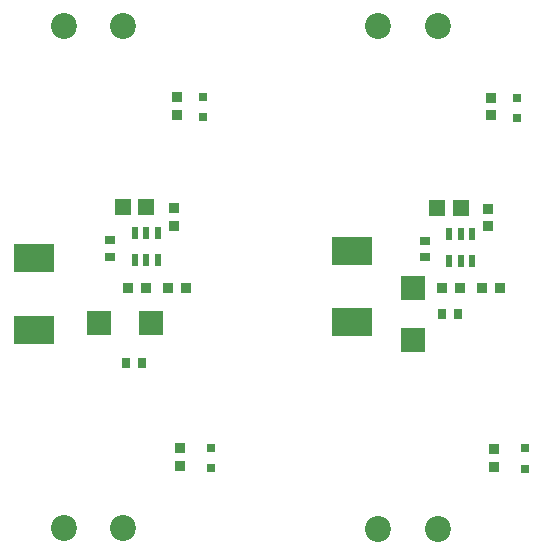
<source format=gbr>
%TF.GenerationSoftware,KiCad,Pcbnew,9.0.0-1.fc41*%
%TF.CreationDate,2025-02-24T21:26:29+02:00*%
%TF.ProjectId,LGS5145 Voltage Regulator,4c475335-3134-4352-9056-6f6c74616765,rev?*%
%TF.SameCoordinates,Original*%
%TF.FileFunction,Soldermask,Top*%
%TF.FilePolarity,Negative*%
%FSLAX46Y46*%
G04 Gerber Fmt 4.6, Leading zero omitted, Abs format (unit mm)*
G04 Created by KiCad (PCBNEW 9.0.0-1.fc41) date 2025-02-24 21:26:29*
%MOMM*%
%LPD*%
G01*
G04 APERTURE LIST*
%ADD10R,0.530000X0.990000*%
%ADD11R,0.860000X0.810000*%
%ADD12R,0.810000X0.860000*%
%ADD13R,0.900000X0.800000*%
%ADD14R,1.410000X1.350000*%
%ADD15R,3.500000X2.350000*%
%ADD16R,2.000000X2.000000*%
%ADD17R,0.800000X0.900000*%
%ADD18R,0.800000X0.800000*%
%ADD19C,2.200000*%
G04 APERTURE END LIST*
D10*
%TO.C,U1*%
X215600000Y-65625000D03*
X216550000Y-65625000D03*
X217500000Y-65625000D03*
X217500000Y-67925000D03*
X216550000Y-67925000D03*
X215600000Y-67925000D03*
%TD*%
D11*
%TO.C,R3*%
X218850000Y-65000000D03*
X218850000Y-63500000D03*
%TD*%
D12*
%TO.C,R1*%
X215000000Y-70225000D03*
X216500000Y-70225000D03*
%TD*%
D13*
%TO.C,C3*%
X213500000Y-66225000D03*
X213500000Y-67625000D03*
%TD*%
D14*
%TO.C,C1*%
X216550000Y-63400000D03*
X214550000Y-63400000D03*
%TD*%
D15*
%TO.C,L1*%
X207350000Y-67070000D03*
X207350000Y-73130000D03*
%TD*%
D16*
%TO.C,D1*%
X212500000Y-74650000D03*
X212500000Y-70250000D03*
%TD*%
D12*
%TO.C,R2*%
X218400000Y-70225000D03*
X219900000Y-70225000D03*
%TD*%
D17*
%TO.C,C2*%
X214950000Y-72450000D03*
X216350000Y-72450000D03*
%TD*%
D11*
%TO.C,R4*%
X219100000Y-54100000D03*
X219100000Y-55600000D03*
%TD*%
D18*
%TO.C,LED2*%
X222000000Y-85500000D03*
X222000000Y-83800000D03*
%TD*%
D11*
%TO.C,R5*%
X219400000Y-85350000D03*
X219400000Y-83850000D03*
%TD*%
D19*
%TO.C,U3*%
X209600000Y-90600000D03*
X214600000Y-90600000D03*
%TD*%
%TO.C,U2*%
X214600000Y-48050000D03*
X209600000Y-48050000D03*
%TD*%
D18*
%TO.C,LED1*%
X221350000Y-54100000D03*
X221350000Y-55800000D03*
%TD*%
D16*
%TO.C,D1*%
X185900000Y-73150000D03*
X190300000Y-73150000D03*
%TD*%
D14*
%TO.C,C1*%
X187950000Y-63350000D03*
X189950000Y-63350000D03*
%TD*%
D13*
%TO.C,C3*%
X186900000Y-66175000D03*
X186900000Y-67575000D03*
%TD*%
D12*
%TO.C,R1*%
X189900000Y-70175000D03*
X188400000Y-70175000D03*
%TD*%
D17*
%TO.C,C2*%
X188200000Y-76575000D03*
X189600000Y-76575000D03*
%TD*%
D12*
%TO.C,R2*%
X193300000Y-70175000D03*
X191800000Y-70175000D03*
%TD*%
D11*
%TO.C,R3*%
X192250000Y-63450000D03*
X192250000Y-64950000D03*
%TD*%
D10*
%TO.C,U1*%
X189000000Y-65575000D03*
X189950000Y-65575000D03*
X190900000Y-65575000D03*
X190900000Y-67875000D03*
X189950000Y-67875000D03*
X189000000Y-67875000D03*
%TD*%
D15*
%TO.C,L1*%
X180400000Y-67700000D03*
X180400000Y-73760000D03*
%TD*%
D18*
%TO.C,LED1*%
X194750000Y-55750000D03*
X194750000Y-54050000D03*
%TD*%
D19*
%TO.C,U2*%
X188000000Y-48000000D03*
X183000000Y-48000000D03*
%TD*%
D11*
%TO.C,R5*%
X192800000Y-83800000D03*
X192800000Y-85300000D03*
%TD*%
%TO.C,R4*%
X192500000Y-55550000D03*
X192500000Y-54050000D03*
%TD*%
D18*
%TO.C,LED2*%
X195400000Y-85450000D03*
X195400000Y-83750000D03*
%TD*%
D19*
%TO.C,U3*%
X183000000Y-90550000D03*
X188000000Y-90550000D03*
%TD*%
M02*

</source>
